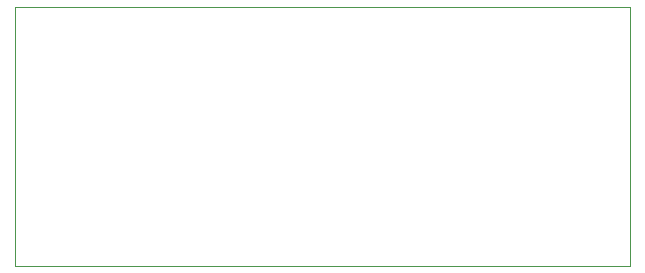
<source format=gbr>
G75*
G70*
%OFA0B0*%
%FSLAX24Y24*%
%IPPOS*%
%LPD*%
%AMOC8*
5,1,8,0,0,1.08239X$1,22.5*
%
%ADD10C,0.0000*%
D10*
X000525Y000180D02*
X000525Y008841D01*
X020998Y008841D01*
X020998Y000180D01*
X000525Y000180D01*
M02*

</source>
